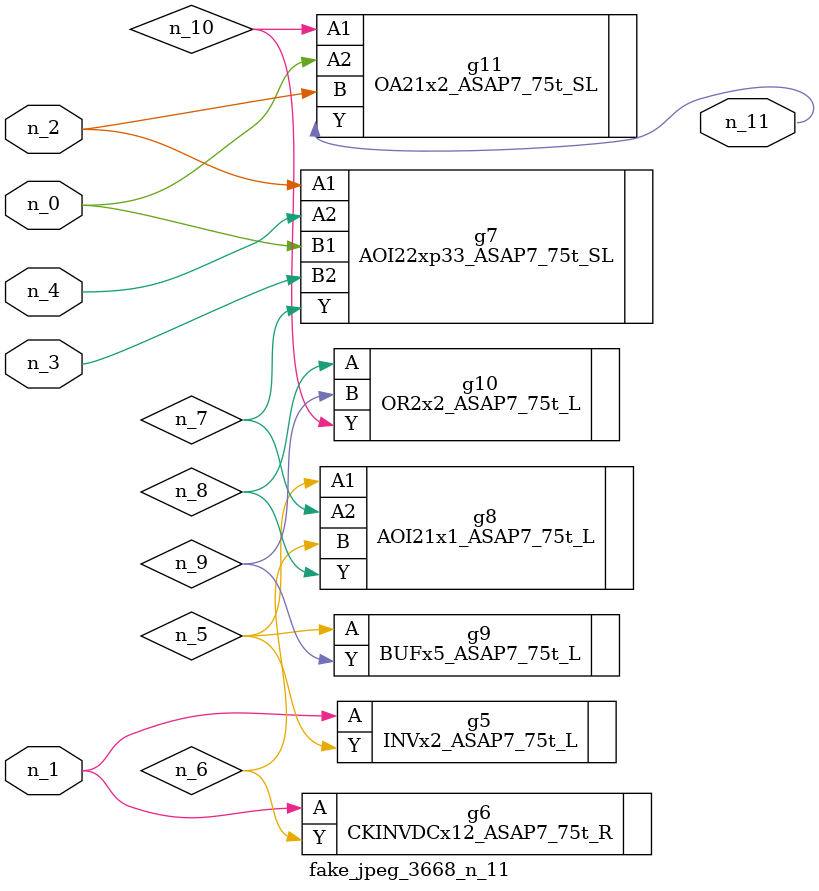
<source format=v>
module fake_jpeg_3668_n_11 (n_3, n_2, n_1, n_0, n_4, n_11);

input n_3;
input n_2;
input n_1;
input n_0;
input n_4;

output n_11;

wire n_10;
wire n_8;
wire n_9;
wire n_6;
wire n_5;
wire n_7;

INVx2_ASAP7_75t_L g5 ( 
.A(n_1),
.Y(n_5)
);

CKINVDCx12_ASAP7_75t_R g6 ( 
.A(n_1),
.Y(n_6)
);

AOI22xp33_ASAP7_75t_SL g7 ( 
.A1(n_2),
.A2(n_4),
.B1(n_0),
.B2(n_3),
.Y(n_7)
);

AOI21x1_ASAP7_75t_L g8 ( 
.A1(n_5),
.A2(n_7),
.B(n_6),
.Y(n_8)
);

OR2x2_ASAP7_75t_L g10 ( 
.A(n_8),
.B(n_9),
.Y(n_10)
);

BUFx5_ASAP7_75t_L g9 ( 
.A(n_5),
.Y(n_9)
);

OA21x2_ASAP7_75t_SL g11 ( 
.A1(n_10),
.A2(n_0),
.B(n_2),
.Y(n_11)
);


endmodule
</source>
